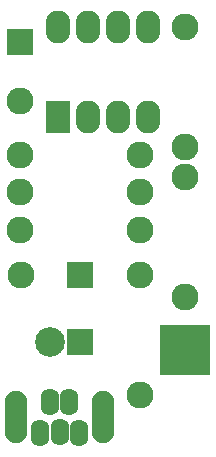
<source format=gbs>
G04 #@! TF.FileFunction,Soldermask,Bot*
%FSLAX46Y46*%
G04 Gerber Fmt 4.6, Leading zero omitted, Abs format (unit mm)*
G04 Created by KiCad (PCBNEW 4.0.0-rc1-stable) date mar 10 nov 2015 21:40:48 CET*
%MOMM*%
G01*
G04 APERTURE LIST*
%ADD10C,0.100000*%
%ADD11R,2.286000X2.286000*%
%ADD12C,2.286000*%
%ADD13R,2.207260X2.207260*%
%ADD14C,2.506980*%
%ADD15R,2.082800X2.794000*%
%ADD16O,2.082800X2.794000*%
%ADD17O,1.600200X2.286000*%
%ADD18O,1.905000X4.419600*%
%ADD19R,4.318000X4.318000*%
G04 APERTURE END LIST*
D10*
D11*
X133985000Y-85090000D03*
D12*
X133985000Y-90090000D03*
D11*
X139065000Y-104775000D03*
D12*
X134065000Y-104775000D03*
D13*
X139066340Y-110490000D03*
D14*
X136526340Y-110490000D03*
D15*
X137160000Y-91440000D03*
D16*
X139700000Y-91440000D03*
X142240000Y-91440000D03*
X144780000Y-91440000D03*
X144780000Y-83820000D03*
X142240000Y-83820000D03*
X139700000Y-83820000D03*
X137160000Y-83820000D03*
D12*
X147955000Y-83820000D03*
X147955000Y-93980000D03*
X144145000Y-100965000D03*
X133985000Y-100965000D03*
X133985000Y-94615000D03*
X144145000Y-94615000D03*
X133985000Y-97790000D03*
X144145000Y-97790000D03*
X144145000Y-114935000D03*
X144145000Y-104775000D03*
X147955000Y-96520000D03*
X147955000Y-106680000D03*
D17*
X135686800Y-118135400D03*
X136499600Y-115544600D03*
X137312400Y-118110000D03*
X138125200Y-115544600D03*
X138938000Y-118135400D03*
D18*
X140970000Y-116840000D03*
X133654800Y-116840000D03*
D19*
X147955000Y-111125000D03*
M02*

</source>
